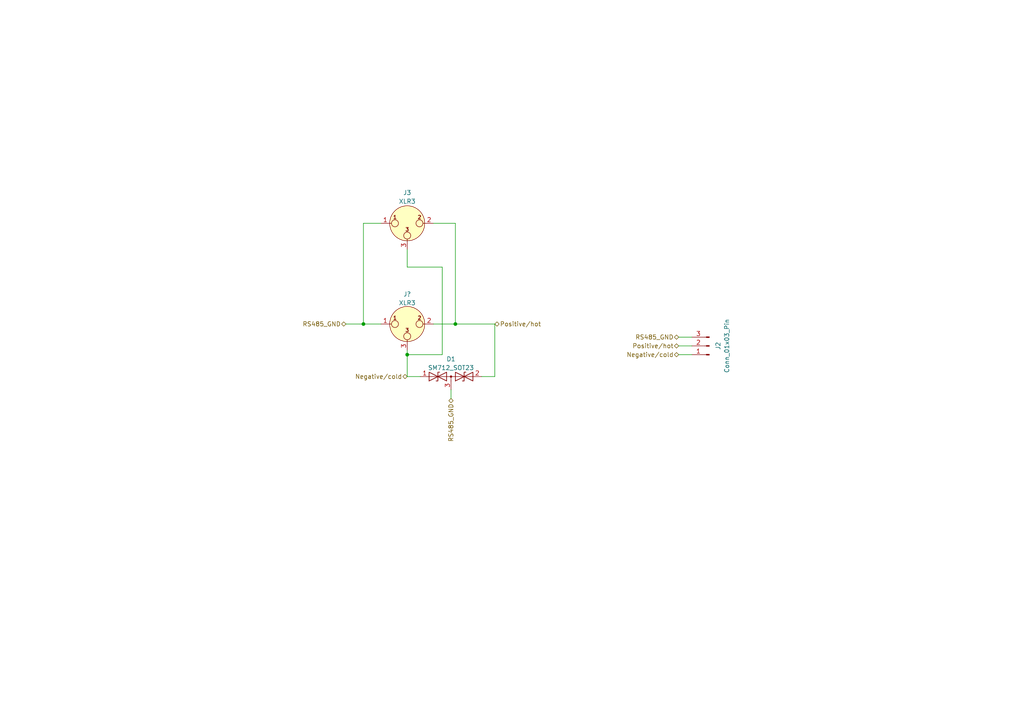
<source format=kicad_sch>
(kicad_sch (version 20230121) (generator eeschema)
  (paper "A4")
  (lib_symbols
    (symbol "Connector:Conn_01x03_Pin" (pin_names (offset 1.016) hide)
      (property "Reference" "J" (at 0 5.08 0))
      (property "Value" "Conn_01x03_Pin" (at 0 -5.08 0))
      (symbol "Conn_01x03_Pin_1_1"
        (polyline (pts (xy 1.27 -2.54) (xy 0.8636 -2.54)) (stroke (width 0.1524)))
        (polyline (pts (xy 1.27 0) (xy 0.8636 0)) (stroke (width 0.1524)))
        (polyline (pts (xy 1.27 2.54) (xy 0.8636 2.54)) (stroke (width 0.1524)))
        (rectangle (start 0.8636 -2.413) (end 0 -2.667) (stroke (width 0.1524)) (fill (type outline)))
        (rectangle (start 0.8636 0.127) (end 0 -0.127) (stroke (width 0.1524)) (fill (type outline)))
        (rectangle (start 0.8636 2.667) (end 0 2.413) (stroke (width 0.1524)) (fill (type outline)))
        (pin passive line (at 5.08 2.54 180) (length 3.81) (name "Pin_1") (number "1"))
        (pin passive line (at 5.08 0 180) (length 3.81) (name "Pin_2") (number "2"))
        (pin passive line (at 5.08 -2.54 180) (length 3.81) (name "Pin_3") (number "3"))
      )
    )
    (symbol "Connector:XLR3" (pin_names hide)
      (property "Reference" "J" (at 0 8.89 0))
      (property "Value" "XLR3" (at 0 6.35 0))
      (symbol "XLR3_0_1"
        (circle (center -3.556 0) (radius 1.016))
        (circle (center 0 -3.556) (radius 1.016))
        (polyline (pts (xy -5.08 0) (xy -4.572 0)))
        (polyline (pts (xy 0 -5.08) (xy 0 -4.572)))
        (polyline (pts (xy 5.08 0) (xy 4.572 0)))
        (circle (center 0 0) (radius 5.08) (fill (type background)))
        (circle (center 3.556 0) (radius 1.016))
        (text "1" (at -3.556 1.778 0) (effects (font (size 1.016 1.016) bold)))
        (text "2" (at 3.556 1.778 0) (effects (font (size 1.016 1.016) bold)))
        (text "3" (at 0 -1.778 0) (effects (font (size 1.016 1.016) bold)))
        (pin passive line (at -7.62 0 0) (length 2.54) (name "~") (number "1"))
        (pin passive line (at 7.62 0 180) (length 2.54) (name "~") (number "2"))
        (pin passive line (at 0 -7.62 90) (length 2.54) (name "~") (number "3"))
      )
    )
    (symbol "Connector_Audio:XLR3" (pin_names hide)
      (property "Reference" "J" (at 0 8.89 0))
      (property "Value" "XLR3" (at 0 6.35 0))
      (symbol "XLR3_0_1"
        (circle (center -3.556 0) (radius 1.016))
        (circle (center 0 -3.556) (radius 1.016))
        (polyline (pts (xy -5.08 0) (xy -4.572 0)))
        (polyline (pts (xy 0 -5.08) (xy 0 -4.572)))
        (polyline (pts (xy 5.08 0) (xy 4.572 0)))
        (circle (center 0 0) (radius 5.08) (fill (type background)))
        (circle (center 3.556 0) (radius 1.016))
        (text "1" (at -3.556 1.778 0) (effects (font (size 1.016 1.016) bold)))
        (text "2" (at 3.556 1.778 0) (effects (font (size 1.016 1.016) bold)))
        (text "3" (at 0 -1.778 0) (effects (font (size 1.016 1.016) bold)))
        (pin passive line (at -7.62 0 0) (length 2.54) (name "~") (number "1"))
        (pin passive line (at 7.62 0 180) (length 2.54) (name "~") (number "2"))
        (pin passive line (at 0 -7.62 90) (length 2.54) (name "~") (number "3"))
      )
    )
    (symbol "Diode:SM712_SOT23" (pin_names (offset 1.016) hide)
      (property "Reference" "D" (at 0 4.445 0))
      (property "Value" "SM712_SOT23" (at 0 2.54 0))
      (symbol "SM712_SOT23_0_0"
        (polyline (pts (xy 0 -1.27) (xy 0 0)))
      )
      (symbol "SM712_SOT23_0_1"
        (polyline (pts (xy -6.35 0) (xy 6.35 0)))
        (polyline (pts (xy -3.302 1.27) (xy -3.81 1.27) (xy -3.81 -1.27) (xy -4.318 -1.27)) (stroke (width 0.2032)))
        (polyline (pts (xy 4.318 1.27) (xy 3.81 1.27) (xy 3.81 -1.27) (xy 3.302 -1.27)) (stroke (width 0.2032)))
        (polyline (pts (xy -6.35 -1.27) (xy -1.27 1.27) (xy -1.27 -1.27) (xy -6.35 1.27) (xy -6.35 -1.27)) (stroke (width 0.2032)))
        (polyline (pts (xy 1.27 -1.27) (xy 1.27 1.27) (xy 6.35 -1.27) (xy 6.35 1.27) (xy 1.27 -1.27)) (stroke (width 0.2032)))
        (circle (center 0 0) (radius 0.254) (fill (type outline)))
      )
      (symbol "SM712_SOT23_1_1"
        (pin passive line (at -8.89 0 0) (length 2.54) (name "A1") (number "1"))
        (pin passive line (at 8.89 0 180) (length 2.54) (name "A2") (number "2"))
        (pin input line (at 0 -3.81 90) (length 2.54) (name "common") (number "3"))
      )
    )
  )
  (junction (at 132.08 93.98))
  (junction (at 118.11 102.87))
  (junction (at 105.41 93.98))
  (wire (pts (xy 118.11 77.47) (xy 118.11 72.39)))
  (wire (pts (xy 196.85 97.79) (xy 200.66 97.79)))
  (wire (pts (xy 118.11 77.47) (xy 128.27 77.47)))
  (wire (pts (xy 125.73 64.77) (xy 132.08 64.77)))
  (wire (pts (xy 118.11 102.87) (xy 118.11 109.22)))
  (wire (pts (xy 130.81 113.03) (xy 130.81 115.57)))
  (wire (pts (xy 128.27 77.47) (xy 128.27 102.87)))
  (wire (pts (xy 143.51 93.98) (xy 143.51 109.22)))
  (wire (pts (xy 105.41 64.77) (xy 110.49 64.77)))
  (wire (pts (xy 105.41 64.77) (xy 105.41 93.98)))
  (wire (pts (xy 118.11 101.6) (xy 118.11 102.87)))
  (wire (pts (xy 196.85 102.87) (xy 200.66 102.87)))
  (wire (pts (xy 196.85 100.33) (xy 200.66 100.33)))
  (wire (pts (xy 125.73 93.98) (xy 132.08 93.98)))
  (wire (pts (xy 132.08 64.77) (xy 132.08 93.98)))
  (wire (pts (xy 118.11 109.22) (xy 121.92 109.22)))
  (wire (pts (xy 118.11 102.87) (xy 128.27 102.87)))
  (wire (pts (xy 105.41 93.98) (xy 110.49 93.98)))
  (wire (pts (xy 132.08 93.98) (xy 143.51 93.98)))
  (wire (pts (xy 100.33 93.98) (xy 105.41 93.98)))
  (wire (pts (xy 139.7 109.22) (xy 143.51 109.22)))
  (hierarchical_label "Positive{slash}hot" (shape bidirectional) (at 196.85 100.33 180))
  (hierarchical_label "Negative{slash}cold" (shape bidirectional) (at 118.11 109.22 180))
  (hierarchical_label "RS485_GND" (shape bidirectional) (at 130.81 115.57 270))
  (hierarchical_label "Negative{slash}cold" (shape bidirectional) (at 196.85 102.87 180))
  (hierarchical_label "Positive{slash}hot" (shape bidirectional) (at 143.51 93.98 0))
  (hierarchical_label "RS485_GND" (shape bidirectional) (at 100.33 93.98 180))
  (hierarchical_label "RS485_GND" (shape bidirectional) (at 196.85 97.79 180))
  (symbol (lib_id "Connector_Audio:XLR3") (at 118.11 64.77 0) (unit 1)
    (property "Reference" "J3" (at 118.11 55.88 0))
    (property "Value" "XLR3" (at 118.11 58.42 0))
    (property "Datasheet" " ~" (effects hide))
  )
  (symbol (lib_id "Diode:SM712_SOT23") (at 130.81 109.22 0) (unit 1)
    (property "Reference" "D1" (at 130.81 104.14 0))
    (property "Value" "SM712_SOT23" (at 130.81 106.68 0))
    (property "Footprint" "Package_TO_SOT_SMD:SOT-23" (effects hide))
    (property "Datasheet" "https://www.littelfuse.com/~/media/electronics/datasheets/tvs_diode_arrays/littelfuse_tvs_diode_array_sm712_datasheet.pdf.pdf" (effects hide))
  )
  (symbol (lib_id "Connector:Conn_01x03_Pin") (at 205.74 100.33 180) (unit 1)
    (property "Reference" "J2" (at 208.28 100.33 90))
    (property "Value" "Conn_01x03_Pin" (at 210.82 100.33 90))
  )
  (symbol (lib_id "Connector:XLR3") (at 118.11 93.98 0) (unit 1)
    (property "Reference" "J?" (at 118.11 85.3272 0))
    (property "Value" "XLR3" (at 118.11 87.8641 0))
    (property "Datasheet" " ~" (effects hide))
    (instances (project "DMX_servo_controller_hardware" (path "" (reference "J?") (unit 1)) (path "" (reference "J1") (unit 1))))
  )
)
</source>
